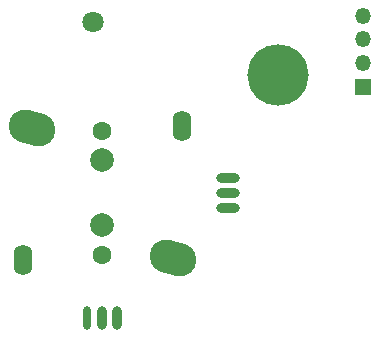
<source format=gbr>
%TF.GenerationSoftware,KiCad,Pcbnew,(6.0.1)*%
%TF.CreationDate,2022-03-24T22:12:31-07:00*%
%TF.ProjectId,CStick,43537469-636b-42e6-9b69-6361645f7063,rev?*%
%TF.SameCoordinates,Original*%
%TF.FileFunction,Soldermask,Bot*%
%TF.FilePolarity,Negative*%
%FSLAX46Y46*%
G04 Gerber Fmt 4.6, Leading zero omitted, Abs format (unit mm)*
G04 Created by KiCad (PCBNEW (6.0.1)) date 2022-03-24 22:12:31*
%MOMM*%
%LPD*%
G01*
G04 APERTURE LIST*
G04 Aperture macros list*
%AMHorizOval*
0 Thick line with rounded ends*
0 $1 width*
0 $2 $3 position (X,Y) of the first rounded end (center of the circle)*
0 $4 $5 position (X,Y) of the second rounded end (center of the circle)*
0 Add line between two ends*
20,1,$1,$2,$3,$4,$5,0*
0 Add two circle primitives to create the rounded ends*
1,1,$1,$2,$3*
1,1,$1,$4,$5*%
G04 Aperture macros list end*
%ADD10C,1.800000*%
%ADD11C,5.200000*%
%ADD12R,1.350000X1.350000*%
%ADD13O,1.350000X1.350000*%
%ADD14HorizOval,2.800000X-0.577898X0.161352X0.577898X-0.161352X0*%
%ADD15C,2.000000*%
%ADD16O,1.600000X2.600000*%
%ADD17C,1.600000*%
%ADD18O,0.700000X2.000000*%
%ADD19O,0.800000X2.000000*%
%ADD20O,2.000000X0.800000*%
G04 APERTURE END LIST*
D10*
%TO.C,H1*%
X149200000Y-85525000D03*
%TD*%
D11*
%TO.C,H2*%
X164850000Y-90000000D03*
%TD*%
D12*
%TO.C,J1*%
X172100000Y-91000000D03*
D13*
X172100000Y-89000000D03*
X172100000Y-87000000D03*
X172100000Y-85000000D03*
%TD*%
D14*
%TO.C,U1*%
X155930000Y-105480000D03*
D15*
X150000000Y-102750000D03*
D16*
X156750000Y-94350000D03*
D15*
X150000000Y-97250000D03*
D17*
X150000000Y-105225000D03*
D14*
X144070000Y-94520000D03*
D16*
X143250000Y-105650000D03*
D17*
X150000000Y-94775000D03*
D18*
X148730000Y-110600000D03*
D19*
X150000000Y-110600000D03*
X151270000Y-110600000D03*
D20*
X160600000Y-101270000D03*
X160600000Y-100000000D03*
X160600000Y-98730000D03*
%TD*%
M02*

</source>
